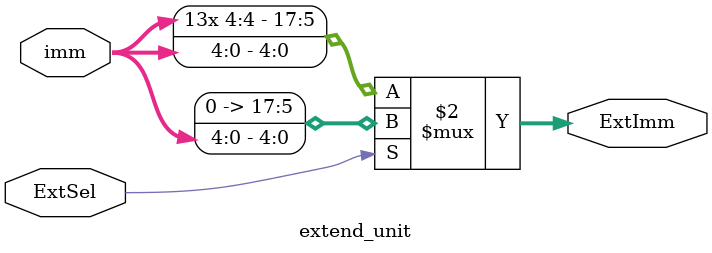
<source format=v>
module extend_unit (
    input  wire [4:0]  imm,
    input  wire        ExtSel,
    output wire [17:0] ExtImm
);

// Sign-extend or zero-extend based on ExtSel
assign ExtImm = (ExtSel == 1'b0) ?
                {{13{imm[4]}}, imm} :
                {13'b0, imm};

endmodule

</source>
